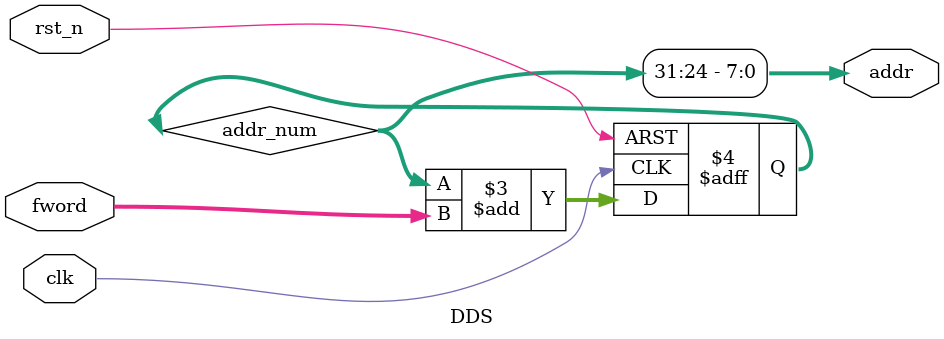
<source format=v>
module DDS (
	input clk,
	input rst_n,
	input [31:0]fword,
	output [7:0]addr  //有效地址
);

	reg [31:0] addr_num;//地址计数器
	assign addr=addr_num[31:24];//地址计数器

always @ (posedge clk or negedge rst_n)
	begin
		if(!rst_n)//复位时，addr清零
			begin
				addr_num[31:0] <=32'd0;
			end  
		else
		addr_num <=addr_num + fword;
	end	
endmodule 

</source>
